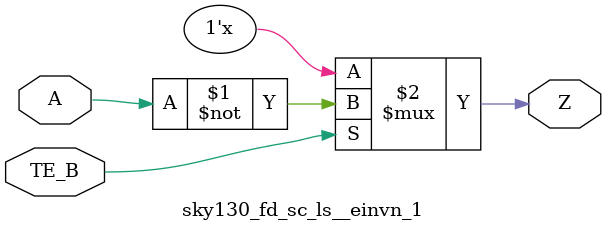
<source format=v>
/*
 * Copyright 2020 The SkyWater PDK Authors
 *
 * Licensed under the Apache License, Version 2.0 (the "License");
 * you may not use this file except in compliance with the License.
 * You may obtain a copy of the License at
 *
 *     https://www.apache.org/licenses/LICENSE-2.0
 *
 * Unless required by applicable law or agreed to in writing, software
 * distributed under the License is distributed on an "AS IS" BASIS,
 * WITHOUT WARRANTIES OR CONDITIONS OF ANY KIND, either express or implied.
 * See the License for the specific language governing permissions and
 * limitations under the License.
 *
 * SPDX-License-Identifier: Apache-2.0
*/


`ifndef SKY130_FD_SC_LS__EINVN_1_FUNCTIONAL_V
`define SKY130_FD_SC_LS__EINVN_1_FUNCTIONAL_V

/**
 * einvn: Tri-state inverter, negative enable.
 *
 * Verilog simulation functional model.
 */

`timescale 1ns / 1ps
`default_nettype none

`celldefine
module sky130_fd_sc_ls__einvn_1 (
    Z   ,
    A   ,
    TE_B
);

    // Module ports
    output Z   ;
    input  A   ;
    input  TE_B;

    //     Name     Output  Other arguments
    notif0 notif00 (Z     , A, TE_B        );

endmodule
`endcelldefine

`default_nettype wire
`endif  // SKY130_FD_SC_LS__EINVN_1_FUNCTIONAL_V

</source>
